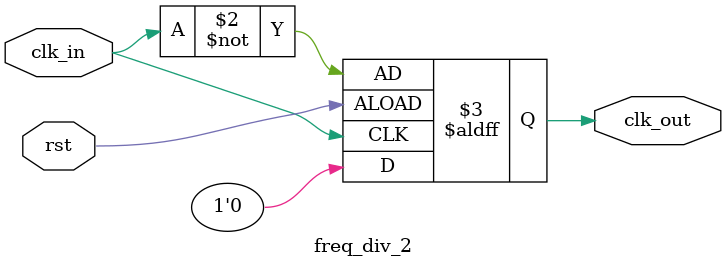
<source format=v>
module freq_div_2(clk_in,clk_out,rst);
  input clk_in,rst;
  output reg clk_out;

  always@(posedge clk_in or negedge rst) begin
    if(rst)
      clk_out<=1'b0;
  else
    clk_out<=~clk_in;
  end

endmodule
    

</source>
